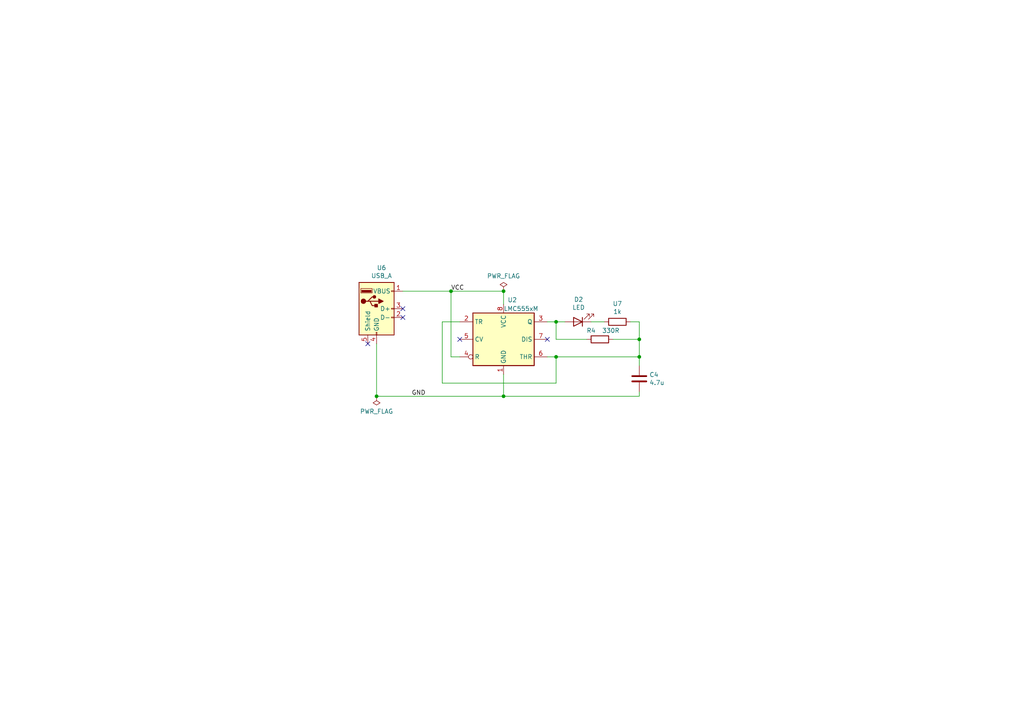
<source format=kicad_sch>
(kicad_sch (version 20211123) (generator eeschema)
  (paper "A4")
  (lib_symbols
    (symbol "Device:C" (pin_numbers hide) (pin_names (offset 0.254))
      (property "Reference" "C" (at 0.635 2.54 0))
      (property "Value" "C" (at 0.635 -2.54 0))
      (symbol "C_0_1"
        (polyline (pts (xy -2.032 -0.762) (xy 2.032 -0.762)) (stroke (width 0.508)))
        (polyline (pts (xy -2.032 0.762) (xy 2.032 0.762)) (stroke (width 0.508)))
      )
      (symbol "C_1_1"
        (pin passive line (at 0 3.81 270) (length 2.794) (name "~") (number "1"))
        (pin passive line (at 0 -3.81 90) (length 2.794) (name "~") (number "2"))
      )
    )
    (symbol "Device:LED" (pin_numbers hide) (pin_names (offset 1.016) hide)
      (property "Reference" "D" (at 0 2.54 0))
      (property "Value" "LED" (at 0 -2.54 0))
      (symbol "LED_0_1"
        (polyline (pts (xy -1.27 -1.27) (xy -1.27 1.27)) (stroke (width 0.254)))
        (polyline (pts (xy -1.27 0) (xy 1.27 0)))
        (polyline (pts (xy 1.27 -1.27) (xy 1.27 1.27) (xy -1.27 0) (xy 1.27 -1.27)) (stroke (width 0.254)))
        (polyline (pts (xy -3.048 -0.762) (xy -4.572 -2.286) (xy -3.81 -2.286) (xy -4.572 -2.286) (xy -4.572 -1.524)))
        (polyline (pts (xy -1.778 -0.762) (xy -3.302 -2.286) (xy -2.54 -2.286) (xy -3.302 -2.286) (xy -3.302 -1.524)))
      )
      (symbol "LED_1_1"
        (pin passive line (at -3.81 0 0) (length 2.54) (name "K") (number "1"))
        (pin passive line (at 3.81 0 180) (length 2.54) (name "A") (number "2"))
      )
    )
    (symbol "Device:R" (pin_numbers hide) (pin_names (offset 0))
      (property "Reference" "R" (at 2.032 0 90))
      (property "Value" "R" (at 0 0 90))
      (symbol "R_0_1"
        (rectangle (start -1.016 -2.54) (end 1.016 2.54) (stroke (width 0.254)))
      )
      (symbol "R_1_1"
        (pin passive line (at 0 3.81 270) (length 1.27) (name "~") (number "1"))
        (pin passive line (at 0 -3.81 90) (length 1.27) (name "~") (number "2"))
      )
    )
    (symbol "Timer:LMC555xM"
      (property "Reference" "U" (at -10.16 8.89 0))
      (property "Value" "LMC555xM" (at 2.54 8.89 0))
      (symbol "LMC555xM_0_0"
        (pin power_in line (at 0 -10.16 90) (length 2.54) (name "GND") (number "1"))
        (pin power_in line (at 0 10.16 270) (length 2.54) (name "VCC") (number "8"))
      )
      (symbol "LMC555xM_0_1"
        (rectangle (start -8.89 -7.62) (end 8.89 7.62) (stroke (width 0.254)) (fill (type background)))
        (rectangle (start -8.89 -7.62) (end 8.89 7.62) (stroke (width 0.254)) (fill (type background)))
      )
      (symbol "LMC555xM_1_1"
        (pin input line (at -12.7 5.08 0) (length 3.81) (name "TR") (number "2"))
        (pin output line (at 12.7 5.08 180) (length 3.81) (name "Q") (number "3"))
        (pin input inverted (at -12.7 -5.08 0) (length 3.81) (name "R") (number "4"))
        (pin input line (at -12.7 0 0) (length 3.81) (name "CV") (number "5"))
        (pin input line (at 12.7 -5.08 180) (length 3.81) (name "THR") (number "6"))
        (pin input line (at 12.7 0 180) (length 3.81) (name "DIS") (number "7"))
      )
    )
    (symbol "power:PWR_FLAG" (power) (pin_numbers hide) (pin_names (offset 0) hide)
      (property "Value" "PWR_FLAG" (at 0 3.81 0))
      (symbol "PWR_FLAG_0_0"
        (pin power_out line (at 0 0 90) (length 0) (name "pwr") (number "1"))
      )
      (symbol "PWR_FLAG_0_1"
        (polyline (pts (xy 0 0) (xy 0 1.27) (xy -1.016 1.905) (xy 0 2.54) (xy 1.016 1.905) (xy 0 1.27)))
      )
    )
    (symbol "solderingChallenge-rescue:USB_A-Connector" (pin_names (offset 1.016))
      (property "Reference" "J" (at -5.08 11.43 0))
      (property "Value" "USB_A-Connector" (at -5.08 8.89 0))
      (symbol "USB_A-Connector_0_1"
        (rectangle (start -5.08 -7.62) (end 5.08 7.62) (stroke (width 0.254)) (fill (type background)))
        (circle (center -3.81 2.159) (radius 0.635) (stroke (width 0.254)) (fill (type outline)))
        (rectangle (start -1.524 4.826) (end -4.318 5.334) (fill (type outline)))
        (rectangle (start -1.27 4.572) (end -4.572 5.842))
        (circle (center -0.635 3.429) (radius 0.381) (stroke (width 0.254)) (fill (type outline)))
        (rectangle (start -0.127 -7.62) (end 0.127 -6.858))
        (polyline (pts (xy -3.175 2.159) (xy -2.54 2.159) (xy -1.27 3.429) (xy -0.635 3.429)) (stroke (width 0.254)))
        (polyline (pts (xy -2.54 2.159) (xy -1.905 2.159) (xy -1.27 0.889) (xy 0 0.889)) (stroke (width 0.254)))
        (polyline (pts (xy 0.635 2.794) (xy 0.635 1.524) (xy 1.905 2.159) (xy 0.635 2.794)) (stroke (width 0.254)) (fill (type outline)))
        (rectangle (start 0.254 1.27) (end -0.508 0.508) (stroke (width 0.254)) (fill (type outline)))
        (rectangle (start 5.08 -2.667) (end 4.318 -2.413))
        (rectangle (start 5.08 -0.127) (end 4.318 0.127))
        (rectangle (start 5.08 4.953) (end 4.318 5.207))
      )
      (symbol "USB_A-Connector_1_1"
        (polyline (pts (xy -1.905 2.159) (xy 0.635 2.159)) (stroke (width 0.254)))
        (pin power_in line (at 7.62 5.08 180) (length 2.54) (name "VBUS") (number "1"))
        (pin passive line (at 7.62 -2.54 180) (length 2.54) (name "D-") (number "2"))
        (pin passive line (at 7.62 0 180) (length 2.54) (name "D+") (number "3"))
        (pin power_in line (at 0 -10.16 90) (length 2.54) (name "GND") (number "4"))
        (pin passive line (at -2.54 -10.16 90) (length 2.54) (name "Shield") (number "5"))
      )
    )
  )
  (junction (at 146.05 114.935))
  (junction (at 185.42 103.505))
  (junction (at 185.42 98.425))
  (junction (at 146.05 84.455))
  (junction (at 109.22 114.935))
  (junction (at 130.81 84.455))
  (junction (at 161.29 103.505))
  (junction (at 161.29 93.345))
  (no_connect (at 133.35 98.425))
  (no_connect (at 106.68 99.695))
  (no_connect (at 116.84 89.535))
  (no_connect (at 158.75 98.425))
  (no_connect (at 116.84 92.075))
  (wire (pts (xy 161.29 93.345) (xy 163.83 93.345)))
  (wire (pts (xy 161.29 98.425) (xy 161.29 93.345)))
  (wire (pts (xy 133.35 103.505) (xy 130.81 103.505)))
  (wire (pts (xy 185.42 98.425) (xy 185.42 103.505)))
  (wire (pts (xy 133.35 93.345) (xy 128.27 93.345)))
  (wire (pts (xy 170.18 98.425) (xy 161.29 98.425)))
  (wire (pts (xy 161.29 103.505) (xy 161.29 111.125)))
  (wire (pts (xy 177.8 98.425) (xy 185.42 98.425)))
  (wire (pts (xy 185.42 103.505) (xy 185.42 106.045)))
  (wire (pts (xy 130.81 84.455) (xy 146.05 84.455)))
  (wire (pts (xy 175.26 93.345) (xy 171.45 93.345)))
  (wire (pts (xy 161.29 93.345) (xy 158.75 93.345)))
  (wire (pts (xy 158.75 103.505) (xy 161.29 103.505)))
  (wire (pts (xy 116.84 84.455) (xy 130.81 84.455)))
  (wire (pts (xy 182.88 93.345) (xy 185.42 93.345)))
  (wire (pts (xy 146.05 88.265) (xy 146.05 84.455)))
  (wire (pts (xy 185.42 114.935) (xy 185.42 113.665)))
  (wire (pts (xy 128.27 93.345) (xy 128.27 111.125)))
  (wire (pts (xy 130.81 103.505) (xy 130.81 84.455)))
  (wire (pts (xy 185.42 93.345) (xy 185.42 98.425)))
  (wire (pts (xy 146.05 114.935) (xy 146.05 108.585)))
  (wire (pts (xy 146.05 114.935) (xy 185.42 114.935)))
  (wire (pts (xy 109.22 114.935) (xy 146.05 114.935)))
  (wire (pts (xy 128.27 111.125) (xy 161.29 111.125)))
  (wire (pts (xy 109.22 114.935) (xy 109.22 99.695)))
  (wire (pts (xy 161.29 103.505) (xy 185.42 103.505)))
  (label "GND" (at 119.38 114.935 0))
  (label "VCC" (at 130.81 84.455 0))
  (symbol (lib_id "Device:C") (at 185.42 109.855 0) (unit 1)
    (property "Reference" "C4" (at 188.341 108.6866 0) (effects (justify left)))
    (property "Value" "4.7u" (at 188.341 110.998 0) (effects (justify left)))
    (property "Footprint" "Capacitor_SMD:C_1206_3216Metric_Pad1.33x1.80mm_HandSolder" (effects hide))
  )
  (symbol (lib_id "Device:R") (at 173.99 98.425 270) (unit 1)
    (property "Reference" "R4" (at 171.45 95.885 90))
    (property "Value" "330R" (at 177.165 95.885 90))
    (property "Footprint" "Resistor_SMD:R_1206_3216Metric_Pad1.30x1.75mm_HandSolder" (effects hide))
  )
  (symbol (lib_id "Device:LED") (at 167.64 93.345 180) (unit 1)
    (property "Reference" "D2" (at 167.8178 86.868 0))
    (property "Value" "LED" (at 167.8178 89.1794 0))
    (property "Footprint" "LED_SMD:LED_1206_3216Metric_Pad1.42x1.75mm_HandSolder" (effects hide))
  )
  (symbol (lib_id "Timer:LMC555xM") (at 146.05 98.425 0) (unit 1)
    (property "Reference" "U2" (at 148.59 86.995 0))
    (property "Value" "LMC555xM" (at 151.13 89.535 0))
    (property "Footprint" "Package_SO:SOIC-8_3.9x4.9mm_P1.27mm" (effects hide))
    (property "Datasheet" "http://www.ti.com/lit/ds/symlink/lmc555.pdf" (effects hide))
  )
  (symbol (lib_id "power:PWR_FLAG") (at 109.22 114.935 180) (unit 1)
    (property "Reference" "#U0102" (effects hide))
    (property "Value" "PWR_FLAG" (at 109.22 119.3292 0))
  )
  (symbol (lib_id "solderingChallenge-rescue:USB_A-Connector") (at 109.22 89.535 0) (unit 1)
    (property "Reference" "U6" (at 110.6678 77.6732 0))
    (property "Value" "USB_A" (at 110.6678 79.9846 0))
    (property "Footprint" "Robotarna_KiCad_Library:usb-PCB" (effects hide))
    (property "Datasheet" " ~" (effects hide))
  )
  (symbol (lib_id "Device:R") (at 179.07 93.345 270) (unit 1)
    (property "Reference" "U7" (at 179.07 88.0872 90))
    (property "Value" "1k" (at 179.07 90.3986 90))
    (property "Footprint" "Resistor_SMD:R_1206_3216Metric_Pad1.30x1.75mm_HandSolder" (effects hide))
  )
  (symbol (lib_id "power:PWR_FLAG") (at 146.05 84.455 0) (unit 1)
    (property "Reference" "#U0101" (effects hide))
    (property "Value" "PWR_FLAG" (at 146.05 80.0608 0))
  )
)
</source>
